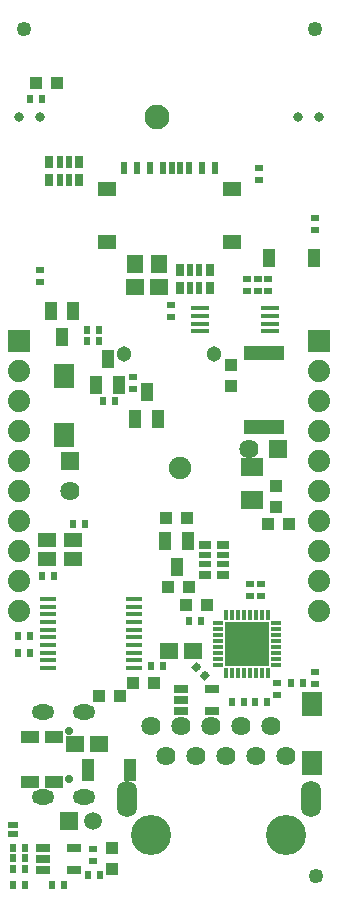
<source format=gbr>
G04 #@! TF.GenerationSoftware,KiCad,Pcbnew,5.1.0-rc2-unknown-036be7d~80~ubuntu16.04.1*
G04 #@! TF.CreationDate,2021-12-15T16:14:17+02:00*
G04 #@! TF.ProjectId,ESP32-PoE_Rev_I,45535033-322d-4506-9f45-5f5265765f49,I*
G04 #@! TF.SameCoordinates,Original*
G04 #@! TF.FileFunction,Soldermask,Bot*
G04 #@! TF.FilePolarity,Negative*
%FSLAX46Y46*%
G04 Gerber Fmt 4.6, Leading zero omitted, Abs format (unit mm)*
G04 Created by KiCad (PCBNEW 5.1.0-rc2-unknown-036be7d~80~ubuntu16.04.1) date 2021-12-15 16:14:17*
%MOMM*%
%LPD*%
G04 APERTURE LIST*
%ADD10R,1.117600X1.117600*%
%ADD11R,3.501601X1.301600*%
%ADD12R,1.601600X0.451600*%
%ADD13R,1.625600X1.625600*%
%ADD14C,1.625600*%
%ADD15C,2.101600*%
%ADD16R,1.625600X1.371600*%
%ADD17R,1.501600X1.101600*%
%ADD18R,1.301600X0.651600*%
%ADD19R,0.601600X0.651600*%
%ADD20R,1.101600X1.501600*%
%ADD21C,0.801600*%
%ADD22O,1.701600X3.101599*%
%ADD23C,3.401601*%
%ADD24R,3.701600X3.701600*%
%ADD25R,0.501600X0.501600*%
%ADD26R,1.524000X1.524000*%
%ADD27R,0.351600X0.901600*%
%ADD28R,0.901600X0.351600*%
%ADD29R,1.371600X1.625600*%
%ADD30R,1.501600X1.501600*%
%ADD31C,1.501600*%
%ADD32C,1.254000*%
%ADD33R,0.651600X0.601600*%
%ADD34C,0.601600*%
%ADD35C,0.100000*%
%ADD36C,1.879600*%
%ADD37R,1.879600X1.879600*%
%ADD38R,1.371600X0.426600*%
%ADD39R,1.801600X2.101600*%
%ADD40R,1.117600X1.879600*%
%ADD41R,0.601600X1.101600*%
%ADD42R,1.601600X1.301600*%
%ADD43C,0.701600*%
%ADD44O,1.901600X1.301600*%
%ADD45R,1.117600X0.482600*%
%ADD46R,1.117600X0.736600*%
%ADD47R,0.482600X1.117600*%
%ADD48R,0.736600X1.117600*%
%ADD49C,1.301600*%
%ADD50R,1.501600X1.301600*%
%ADD51R,0.863600X0.609600*%
%ADD52R,1.879600X1.625600*%
%ADD53C,1.901600*%
G04 APERTURE END LIST*
D10*
X113157000Y-137287000D03*
X113157000Y-135509000D03*
D11*
X112141000Y-124205200D03*
X112141000Y-130505200D03*
D12*
X112678000Y-120437000D03*
X112678000Y-121087000D03*
X112678000Y-121737000D03*
X112678000Y-122387000D03*
X106778000Y-122387000D03*
X106778000Y-121737000D03*
X106778000Y-121087000D03*
X106778000Y-120437000D03*
D13*
X113391000Y-132334000D03*
D14*
X110891000Y-132334000D03*
D15*
X103140000Y-104235000D03*
D16*
X96139000Y-157353000D03*
X98171000Y-157353000D03*
D17*
X92329000Y-156723000D03*
X92329000Y-160523000D03*
D18*
X105126000Y-154559000D03*
X105126000Y-153609000D03*
X105126000Y-152659000D03*
X107726000Y-154559000D03*
X107726000Y-152659000D03*
D19*
X112395000Y-153797000D03*
X111379000Y-153797000D03*
D20*
X116400000Y-116195000D03*
X112600000Y-116195000D03*
D21*
X115059000Y-104267000D03*
X116859000Y-104267000D03*
X91421000Y-104267000D03*
X93221000Y-104267000D03*
D10*
X98171000Y-153289000D03*
X99949000Y-153289000D03*
D20*
X102237540Y-127548640D03*
X101282500Y-129758440D03*
X103184960Y-129758440D03*
X98933000Y-124714000D03*
X97977960Y-126923800D03*
X99880420Y-126923800D03*
X94107000Y-120650000D03*
X96009460Y-120650000D03*
X95054420Y-122859800D03*
D16*
X101219000Y-118618000D03*
X103251000Y-118618000D03*
D20*
X103825040Y-140116560D03*
X105727500Y-140116560D03*
X104772460Y-142326360D03*
D14*
X102616000Y-155806000D03*
X103886000Y-158346000D03*
X105156000Y-155806000D03*
X106426000Y-158346000D03*
X107696000Y-155806000D03*
X108966000Y-158346000D03*
X110236000Y-155806000D03*
X111506000Y-158346000D03*
X112776000Y-155806000D03*
X114046000Y-158346000D03*
D22*
X100531000Y-161946000D03*
X116131000Y-161946000D03*
D23*
X102616000Y-164996000D03*
X114046000Y-164996000D03*
D24*
X110744000Y-148844000D03*
D25*
X112044000Y-149344000D03*
X112044000Y-148344000D03*
X111244000Y-147544000D03*
X110244000Y-147544000D03*
X109444000Y-148344000D03*
X109444000Y-149344000D03*
X110244000Y-150144000D03*
X111244000Y-150144000D03*
D26*
X110744000Y-148844000D03*
D27*
X108994000Y-151294000D03*
X109494000Y-151294000D03*
X109994000Y-151294000D03*
X110494000Y-151294000D03*
X110994000Y-151294000D03*
X111494000Y-151294000D03*
X111994000Y-151294000D03*
X112494000Y-151294000D03*
D28*
X113194000Y-150594000D03*
X113194000Y-150094000D03*
X113194000Y-149594000D03*
X113194000Y-149094000D03*
X113194000Y-148594000D03*
X113194000Y-148094000D03*
X113194000Y-147594000D03*
X113194000Y-147094000D03*
D27*
X112494000Y-146394000D03*
X111994000Y-146394000D03*
X111494000Y-146394000D03*
X110994000Y-146394000D03*
X110494000Y-146394000D03*
X109994000Y-146394000D03*
X109494000Y-146394000D03*
X108994000Y-146394000D03*
D28*
X108294000Y-147094000D03*
X108294000Y-147594000D03*
X108294000Y-148094000D03*
X108294000Y-148594000D03*
X108294000Y-149094000D03*
X108294000Y-149594000D03*
X108294000Y-150094000D03*
X108294000Y-150594000D03*
D19*
X103632000Y-150749000D03*
X102616000Y-150749000D03*
D10*
X102870000Y-152146000D03*
X101092000Y-152146000D03*
D19*
X91948000Y-167005000D03*
X90932000Y-167005000D03*
X90932000Y-166116000D03*
X91948000Y-166116000D03*
D17*
X94361000Y-160523000D03*
X94361000Y-156723000D03*
D19*
X91948000Y-167894000D03*
X90932000Y-167894000D03*
X92329000Y-102743000D03*
X93345000Y-102743000D03*
X98298000Y-168402000D03*
X97282000Y-168402000D03*
D18*
X93442000Y-168018500D03*
X93442000Y-167068500D03*
X93442000Y-166118500D03*
X96042000Y-168018500D03*
X96042000Y-166118500D03*
D19*
X97155000Y-122301000D03*
X98171000Y-122301000D03*
D10*
X103886000Y-138176000D03*
X105664000Y-138176000D03*
D29*
X101219000Y-116713000D03*
X103251000Y-116713000D03*
D30*
X95638620Y-163852860D03*
D31*
X97650300Y-163850320D03*
D32*
X116586000Y-168529000D03*
X116459000Y-96774000D03*
X91821000Y-96774000D03*
D33*
X110998000Y-143764000D03*
X110998000Y-144780000D03*
D19*
X105791000Y-146939000D03*
X106807000Y-146939000D03*
D33*
X113284000Y-152146000D03*
X113284000Y-153162000D03*
X93218000Y-117221000D03*
X93218000Y-118237000D03*
X111760000Y-108585000D03*
X111760000Y-109601000D03*
X104267000Y-121158000D03*
X104267000Y-120142000D03*
D34*
X106469580Y-150792580D03*
D35*
G36*
X106912653Y-150774902D02*
G01*
X106451902Y-151235653D01*
X106026507Y-150810258D01*
X106487258Y-150349507D01*
X106912653Y-150774902D01*
X106912653Y-150774902D01*
G37*
D34*
X107188000Y-151511000D03*
D35*
G36*
X106744927Y-151528678D02*
G01*
X107205678Y-151067927D01*
X107631073Y-151493322D01*
X107170322Y-151954073D01*
X106744927Y-151528678D01*
X106744927Y-151528678D01*
G37*
D19*
X90932000Y-169291000D03*
X91948000Y-169291000D03*
D33*
X116459000Y-151257000D03*
X116459000Y-152273000D03*
D19*
X115443000Y-152146000D03*
X114427000Y-152146000D03*
X94234000Y-169291000D03*
X95250000Y-169291000D03*
X98171000Y-123190000D03*
X97155000Y-123190000D03*
D33*
X97663000Y-167259000D03*
X97663000Y-166243000D03*
D19*
X91313000Y-148209000D03*
X92329000Y-148209000D03*
X91313000Y-149606000D03*
X92329000Y-149606000D03*
D36*
X116840000Y-130840000D03*
X116840000Y-128300000D03*
X116840000Y-125760000D03*
D37*
X116840000Y-123220000D03*
D36*
X116840000Y-133380000D03*
X116840000Y-135920000D03*
X116840000Y-141000000D03*
X116840000Y-138460000D03*
X116840000Y-143540000D03*
X116840000Y-146080000D03*
X91440000Y-130840000D03*
X91440000Y-128300000D03*
X91440000Y-125760000D03*
D37*
X91440000Y-123220000D03*
D36*
X91440000Y-133380000D03*
X91440000Y-135920000D03*
X91440000Y-141000000D03*
X91440000Y-138460000D03*
X91440000Y-143540000D03*
X91440000Y-146080000D03*
D10*
X99314000Y-167894000D03*
X99314000Y-166116000D03*
D38*
X93916500Y-150880000D03*
X93916500Y-150230000D03*
X93916500Y-149580000D03*
X93916500Y-148930000D03*
X93916500Y-148280000D03*
X93916500Y-147630000D03*
X93916500Y-146980000D03*
X93916500Y-146330000D03*
X93916500Y-145680000D03*
X93916500Y-145030000D03*
X101155500Y-145030000D03*
X101155500Y-145680000D03*
X101155500Y-146330000D03*
X101155500Y-146980000D03*
X101155500Y-147630000D03*
X101155500Y-148280000D03*
X101155500Y-148930000D03*
X101155500Y-149580000D03*
X101155500Y-150230000D03*
X101155500Y-150880000D03*
D39*
X95250000Y-126151000D03*
X95250000Y-131151000D03*
D40*
X100838000Y-159512000D03*
X97282000Y-159512000D03*
D41*
X100290000Y-108587000D03*
X101390000Y-108587000D03*
X102490000Y-108587000D03*
X103590000Y-108587000D03*
X104340000Y-108587000D03*
X105040000Y-108587000D03*
X105790000Y-108587000D03*
X106890000Y-108587000D03*
X107990000Y-108587000D03*
D42*
X109440000Y-110337000D03*
X98840000Y-110337000D03*
X109440000Y-114787000D03*
X98840000Y-114787000D03*
D10*
X105537000Y-145542000D03*
X107315000Y-145542000D03*
X105791000Y-144018000D03*
X104013000Y-144018000D03*
D43*
X95626000Y-156242000D03*
X95626000Y-160242000D03*
D44*
X93476000Y-154642000D03*
X96946000Y-154642000D03*
X96946000Y-161842000D03*
X93476000Y-161842000D03*
D45*
X107188000Y-141351000D03*
X107188000Y-142113000D03*
X108712000Y-141351000D03*
X108712000Y-142113000D03*
D46*
X107188000Y-140462000D03*
X108712000Y-140462000D03*
X107188000Y-143002000D03*
X108712000Y-143002000D03*
D47*
X95631000Y-108077000D03*
X94869000Y-108077000D03*
X95631000Y-109601000D03*
X94869000Y-109601000D03*
D48*
X96520000Y-108077000D03*
X96520000Y-109601000D03*
X93980000Y-108077000D03*
X93980000Y-109601000D03*
D16*
X104140000Y-149479000D03*
X106172000Y-149479000D03*
D19*
X93345000Y-143129000D03*
X94361000Y-143129000D03*
D33*
X116459000Y-113792000D03*
X116459000Y-112776000D03*
D19*
X99568000Y-128270000D03*
X98552000Y-128270000D03*
D33*
X101092000Y-126238000D03*
X101092000Y-127254000D03*
D47*
X106680000Y-117221000D03*
X105918000Y-117221000D03*
X106680000Y-118745000D03*
X105918000Y-118745000D03*
D48*
X107569000Y-117221000D03*
X107569000Y-118745000D03*
X105029000Y-117221000D03*
X105029000Y-118745000D03*
D49*
X107950000Y-124333000D03*
X100330000Y-124333000D03*
D19*
X96012000Y-138684000D03*
X97028000Y-138684000D03*
D50*
X95969000Y-140043000D03*
X93769000Y-141643000D03*
X93769000Y-140043000D03*
X95969000Y-141643000D03*
D51*
X90932000Y-164973000D03*
X90932000Y-164211000D03*
D10*
X92837000Y-101346000D03*
X94615000Y-101346000D03*
D19*
X110490000Y-153797000D03*
X109474000Y-153797000D03*
D39*
X116205000Y-153964000D03*
X116205000Y-158964000D03*
D33*
X110744000Y-118999000D03*
X110744000Y-117983000D03*
X112522000Y-117983000D03*
X112522000Y-118999000D03*
X111633000Y-117983000D03*
X111633000Y-118999000D03*
D52*
X111125000Y-136652000D03*
X111125000Y-133858000D03*
D53*
X105029000Y-133985000D03*
D14*
X95758000Y-135870000D03*
D13*
X95758000Y-133370000D03*
D10*
X109347000Y-127000000D03*
X109347000Y-125222000D03*
D33*
X111887000Y-144780000D03*
X111887000Y-143764000D03*
D10*
X114300000Y-138684000D03*
X112522000Y-138684000D03*
M02*

</source>
